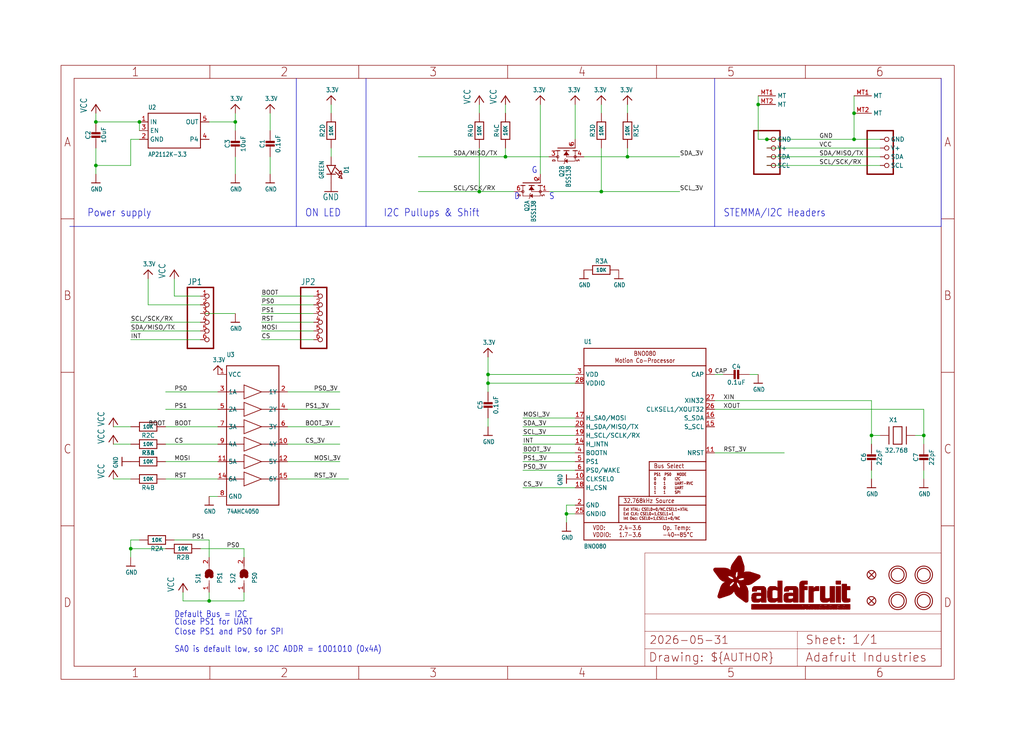
<source format=kicad_sch>
(kicad_sch (version 20230121) (generator eeschema)
  (paper "User" 298.45 217.322)
  (lib_symbols
    (symbol "Adafruit_BNO08x-eagle-import:3.3V" (power)
      (property "Value" "3.3V" (at -1.524 1.016 0))
      (symbol "3.3V_1_0"
        (pin power_in line (at 0 -2.54 90) (length 2.54) (name "3.3V") (number "1"))
      )
    )
    (symbol "Adafruit_BNO08x-eagle-import:74HC4050DTSSOP"
      (property "Reference" "U" (at -7.62 22.86 0))
      (symbol "74HC4050DTSSOP_1_0"
        (pin bidirectional line (at -10.16 17.78 0) (length 2.54) (name "VCC") (number "1"))
        (pin bidirectional line (at 10.16 -2.54 180) (length 2.54) (name "4Y") (number "10"))
        (pin bidirectional line (at -10.16 -7.62 0) (length 2.54) (name "5A") (number "11"))
        (pin bidirectional line (at 10.16 -7.62 180) (length 2.54) (name "5Y") (number "12"))
        (pin bidirectional line (at -10.16 -12.7 0) (length 2.54) (name "6A") (number "14"))
        (pin bidirectional line (at 10.16 -12.7 180) (length 2.54) (name "6Y") (number "15"))
        (pin bidirectional line (at 10.16 12.7 180) (length 2.54) (name "1Y") (number "2"))
        (pin bidirectional line (at -10.16 12.7 0) (length 2.54) (name "1A") (number "3"))
        (pin bidirectional line (at 10.16 7.62 180) (length 2.54) (name "2Y") (number "4"))
        (pin bidirectional line (at -10.16 7.62 0) (length 2.54) (name "2A") (number "5"))
        (pin bidirectional line (at 10.16 2.54 180) (length 2.54) (name "3Y") (number "6"))
        (pin bidirectional line (at -10.16 2.54 0) (length 2.54) (name "3A") (number "7"))
        (pin bidirectional line (at -10.16 -17.78 0) (length 2.54) (name "GND") (number "8"))
        (pin bidirectional line (at -10.16 -2.54 0) (length 2.54) (name "4A") (number "9"))
      )
    )
    (symbol "Adafruit_BNO08x-eagle-import:BNO080"
      (property "Reference" "U" (at -17.78 29.21 0))
      (symbol "BNO080_1_0"
        (text "2.4-3.6\n1.7-3.6" (at -7.62 -25.4 0) (effects (font (size 1.27 1.0795)) (justify left)))
        (text "32.768kHz Source" (at -6.35 -16.51 0) (effects (font (size 1.27 1.0795)) (justify left)))
        (text "BNO080\nMotion Co-Processor" (at 0 25.4 0) (effects (font (size 1.27 1.0795))))
        (text "Bus Select" (at 2.54 -6.35 0) (effects (font (size 1.27 1.0795)) (justify left)))
        (text "Ext XTAL: CSEL0=0/NC,CSEL1=XTAL\nExt CLK: CSEL0=1,CSEL1=1\nInt Osc: CSEL0=1,CSEL1=0/NC" (at -6.35 -20.32 0) (effects (font (size 0.8128 0.6908)) (justify left)))
        (text "Op. Temp:\n-40~~85°C" (at 5.08 -25.4 0) (effects (font (size 1.27 1.0795)) (justify left)))
        (text "PS1  PS0   MODE\n0    0     I2C\n0    1     UART-RVC\n1    0     UART\n1    1     SPI" (at 2.54 -11.43 0) (effects (font (size 0.8128 0.6908)) (justify left)))
        (text "VDD:\nVDDIO:" (at -15.24 -25.4 0) (effects (font (size 1.27 1.0795)) (justify left)))
        (pin input line (at -20.32 -10.16 0) (length 2.54) (name "CLKSEL0") (number "10"))
        (pin input line (at 20.32 -2.54 180) (length 2.54) (name "NRST") (number "11"))
        (pin output line (at -20.32 0 0) (length 2.54) (name "H_INTN") (number "14"))
        (pin bidirectional line (at 20.32 5.08 180) (length 2.54) (name "S_SCL") (number "15"))
        (pin bidirectional line (at 20.32 7.62 180) (length 2.54) (name "S_SDA") (number "16"))
        (pin output line (at -20.32 7.62 0) (length 2.54) (name "H_SA0/MOSI") (number "17"))
        (pin input line (at -20.32 -12.7 0) (length 2.54) (name "H_CSN") (number "18"))
        (pin bidirectional line (at -20.32 2.54 0) (length 2.54) (name "H_SCL/SCLK/RX") (number "19"))
        (pin power_in line (at -20.32 -17.78 0) (length 2.54) (name "GND") (number "2"))
        (pin bidirectional line (at -20.32 5.08 0) (length 2.54) (name "H_SDA/MISO/TX") (number "20"))
        (pin power_in line (at -20.32 -20.32 0) (length 2.54) (name "GNDIO") (number "25"))
        (pin output line (at 20.32 10.16 180) (length 2.54) (name "CLKSEL1/XOUT32") (number "26"))
        (pin input line (at 20.32 12.7 180) (length 2.54) (name "XIN32") (number "27"))
        (pin power_in line (at -20.32 17.78 0) (length 2.54) (name "VDDIO") (number "28"))
        (pin power_in line (at -20.32 20.32 0) (length 2.54) (name "VDD") (number "3"))
        (pin input line (at -20.32 -2.54 0) (length 2.54) (name "BOOTN") (number "4"))
        (pin input line (at -20.32 -5.08 0) (length 2.54) (name "PS1") (number "5"))
        (pin input line (at -20.32 -7.62 0) (length 2.54) (name "PS0/WAKE") (number "6"))
        (pin passive line (at 20.32 20.32 180) (length 2.54) (name "CAP") (number "9"))
      )
    )
    (symbol "Adafruit_BNO08x-eagle-import:CAP_CERAMIC0603_NO"
      (property "Reference" "C" (at -2.29 1.25 90))
      (symbol "CAP_CERAMIC0603_NO_1_0"
        (pin passive line (at 0 5.08 270) (length 2.54) (name "1") (number "1"))
        (pin passive line (at 0 -2.54 90) (length 2.54) (name "2") (number "2"))
      )
    )
    (symbol "Adafruit_BNO08x-eagle-import:CAP_CERAMIC0805-NOOUTLINE"
      (property "Reference" "C" (at -2.29 1.25 90))
      (symbol "CAP_CERAMIC0805-NOOUTLINE_1_0"
        (pin passive line (at 0 5.08 270) (length 2.54) (name "1") (number "1"))
        (pin passive line (at 0 -2.54 90) (length 2.54) (name "2") (number "2"))
      )
    )
    (symbol "Adafruit_BNO08x-eagle-import:FIDUCIAL_1MM")
    (symbol "Adafruit_BNO08x-eagle-import:FRAME_A4_ADAFRUIT"
      (symbol "FRAME_A4_ADAFRUIT_1_0"
        (text "${#}/${##}" (at 230.505 10.16 0) (effects (font (size 2.54 2.54)) (justify left bottom)))
        (text "${AUTHOR}" (at 189.23 5.08 0) (effects (font (size 2.286 2.286)) (justify left bottom)))
        (text "${CURRENT_DATE}" (at 171.45 10.16 0) (effects (font (size 2.286 2.286)) (justify left bottom)))
        (text "${PROJECTNAME}" (at 171.45 15.24 0) (effects (font (size 2.54 2.54)) (justify left bottom)))
        (text "1" (at 21.6958 1.905 0) (effects (font (size 2.54 2.286))))
        (text "1" (at 21.6958 177.165 0) (effects (font (size 2.54 2.286))))
        (text "2" (at 65.0875 1.905 0) (effects (font (size 2.54 2.286))))
        (text "2" (at 65.0875 177.165 0) (effects (font (size 2.54 2.286))))
        (text "3" (at 108.4792 1.905 0) (effects (font (size 2.54 2.286))))
        (text "3" (at 108.4792 177.165 0) (effects (font (size 2.54 2.286))))
        (text "4" (at 151.8708 1.905 0) (effects (font (size 2.54 2.286))))
        (text "4" (at 151.8708 177.165 0) (effects (font (size 2.54 2.286))))
        (text "5" (at 195.2625 1.905 0) (effects (font (size 2.54 2.286))))
        (text "5" (at 195.2625 177.165 0) (effects (font (size 2.54 2.286))))
        (text "6" (at 238.6542 1.905 0) (effects (font (size 2.54 2.286))))
        (text "6" (at 238.6542 177.165 0) (effects (font (size 2.54 2.286))))
        (text "A" (at 1.905 156.6863 0) (effects (font (size 2.54 2.286))))
        (text "A" (at 258.445 156.6863 0) (effects (font (size 2.54 2.286))))
        (text "Adafruit Industries" (at 216.916 4.953 0) (effects (font (size 2.54 2.54)) (justify left bottom)))
        (text "B" (at 1.905 111.9188 0) (effects (font (size 2.54 2.286))))
        (text "B" (at 258.445 111.9188 0) (effects (font (size 2.54 2.286))))
        (text "C" (at 1.905 67.1513 0) (effects (font (size 2.54 2.286))))
        (text "C" (at 258.445 67.1513 0) (effects (font (size 2.54 2.286))))
        (text "D" (at 1.905 22.3838 0) (effects (font (size 2.54 2.286))))
        (text "D" (at 258.445 22.3838 0) (effects (font (size 2.54 2.286))))
        (text "Drawing:" (at 171.196 4.953 0) (effects (font (size 2.54 2.54)) (justify left bottom)))
        (text "Sheet:" (at 216.916 10.033 0) (effects (font (size 2.54 2.54)) (justify left bottom)))
      )
    )
    (symbol "Adafruit_BNO08x-eagle-import:GND" (power)
      (property "Value" "GND" (at -1.524 -2.54 0))
      (symbol "GND_1_0"
        (pin power_in line (at 0 2.54 270) (length 2.54) (name "GND") (number "1"))
      )
    )
    (symbol "Adafruit_BNO08x-eagle-import:HEADER-1X670MIL"
      (property "Reference" "JP" (at -6.35 10.795 0))
      (symbol "HEADER-1X670MIL_1_0"
        (pin passive inverted (at -2.54 7.62 0) (length 2.54) (name "1") (number "1"))
        (pin passive inverted (at -2.54 5.08 0) (length 2.54) (name "2") (number "2"))
        (pin passive inverted (at -2.54 2.54 0) (length 2.54) (name "3") (number "3"))
        (pin passive inverted (at -2.54 0 0) (length 2.54) (name "4") (number "4"))
        (pin passive inverted (at -2.54 -2.54 0) (length 2.54) (name "5") (number "5"))
        (pin passive inverted (at -2.54 -5.08 0) (length 2.54) (name "6") (number "6"))
      )
    )
    (symbol "Adafruit_BNO08x-eagle-import:LED0603_NOOUTLINE"
      (property "Reference" "D" (at -1.27 4.445 0))
      (symbol "LED0603_NOOUTLINE_1_0"
        (pin passive line (at -5.08 0 0) (length 2.54) (name "A") (number "A"))
        (pin passive line (at 2.54 0 180) (length 2.54) (name "C") (number "C"))
      )
    )
    (symbol "Adafruit_BNO08x-eagle-import:MOSFET-N_DUAL"
      (property "Reference" "Q" (at 5.08 0.635 0))
      (symbol "MOSFET-N_DUAL_1_0"
        (text "D" (at 3.175 3.175 0) (effects (font (size 0.8128 0.6908)) (justify left bottom)))
        (text "G" (at -1.27 -1.905 0) (effects (font (size 0.8128 0.6908)) (justify left bottom)))
        (text "S" (at 3.175 -3.81 0) (effects (font (size 0.8128 0.6908)) (justify left bottom)))
        (pin bidirectional line (at 2.54 -5.08 90) (length 2.54) (name "S") (number "1"))
        (pin bidirectional line (at -2.54 -2.54 0) (length 2.54) (name "G") (number "2"))
        (pin bidirectional line (at 2.54 5.08 270) (length 2.54) (name "D") (number "6"))
      )
      (symbol "MOSFET-N_DUAL_2_0"
        (text "D" (at 3.175 3.175 0) (effects (font (size 0.8128 0.6908)) (justify left bottom)))
        (text "G" (at -1.27 -1.905 0) (effects (font (size 0.8128 0.6908)) (justify left bottom)))
        (text "S" (at 3.175 -3.81 0) (effects (font (size 0.8128 0.6908)) (justify left bottom)))
        (pin bidirectional line (at 2.54 5.08 270) (length 2.54) (name "D") (number "3"))
        (pin bidirectional line (at 2.54 -5.08 90) (length 2.54) (name "S") (number "4"))
        (pin bidirectional line (at -2.54 -2.54 0) (length 2.54) (name "G") (number "5"))
      )
    )
    (symbol "Adafruit_BNO08x-eagle-import:MOUNTINGHOLE2.5")
    (symbol "Adafruit_BNO08x-eagle-import:RESISTOR_4PACK"
      (property "Reference" "R" (at 0 2.54 0))
      (symbol "RESISTOR_4PACK_1_0"
        (pin passive line (at -5.08 0 0) (length 2.54) (name "1") (number "1"))
        (pin passive line (at 5.08 0 180) (length 2.54) (name "2") (number "8"))
      )
      (symbol "RESISTOR_4PACK_2_0"
        (pin passive line (at -5.08 0 0) (length 2.54) (name "1") (number "2"))
        (pin passive line (at 5.08 0 180) (length 2.54) (name "2") (number "7"))
      )
      (symbol "RESISTOR_4PACK_3_0"
        (pin passive line (at -5.08 0 0) (length 2.54) (name "1") (number "3"))
        (pin passive line (at 5.08 0 180) (length 2.54) (name "2") (number "6"))
      )
      (symbol "RESISTOR_4PACK_4_0"
        (pin passive line (at -5.08 0 0) (length 2.54) (name "1") (number "4"))
        (pin passive line (at 5.08 0 180) (length 2.54) (name "2") (number "5"))
      )
    )
    (symbol "Adafruit_BNO08x-eagle-import:SOLDERJUMPER"
      (property "Reference" "SJ" (at -2.54 2.54 0))
      (symbol "SOLDERJUMPER_1_0"
        (pin passive line (at -5.08 0 0) (length 2.54) (name "1") (number "1"))
        (pin passive line (at 5.08 0 180) (length 2.54) (name "2") (number "2"))
      )
    )
    (symbol "Adafruit_BNO08x-eagle-import:STEMMA_I2C_QT"
      (symbol "STEMMA_I2C_QT_1_0"
        (pin passive inverted (at 0 5.08 0) (length 2.54) (name "GND") (number "1"))
        (pin passive inverted (at 0 2.54 0) (length 2.54) (name "V+") (number "2"))
        (pin passive inverted (at 0 0 0) (length 2.54) (name "SDA") (number "3"))
        (pin passive inverted (at 0 -2.54 0) (length 2.54) (name "SCL") (number "4"))
      )
      (symbol "STEMMA_I2C_QT_2_0"
        (pin bidirectional line (at 0 0 0) (length 5.08) (name "MT") (number "MT1"))
      )
      (symbol "STEMMA_I2C_QT_3_0"
        (pin bidirectional line (at 0 0 0) (length 5.08) (name "MT") (number "MT2"))
      )
    )
    (symbol "Adafruit_BNO08x-eagle-import:VCC" (power)
      (property "Value" "VCC" (at -2.54 -2.54 90))
      (symbol "VCC_1_0"
        (pin power_in line (at 0 -2.54 90) (length 2.54) (name "VCC") (number "1"))
      )
    )
    (symbol "Adafruit_BNO08x-eagle-import:VREG_SOT23-5"
      (property "Reference" "U" (at -7.62 6.096 0))
      (symbol "VREG_SOT23-5_1_0"
        (pin power_in line (at -10.16 2.54 0) (length 2.54) (name "IN") (number "1"))
        (pin power_in line (at -10.16 -2.54 0) (length 2.54) (name "GND") (number "2"))
        (pin input line (at -10.16 0 0) (length 2.54) (name "EN") (number "3"))
        (pin bidirectional line (at 10.16 -2.54 180) (length 2.54) (name "P4") (number "4"))
        (pin power_in line (at 10.16 2.54 180) (length 2.54) (name "OUT") (number "5"))
      )
    )
    (symbol "Adafruit_BNO08x-eagle-import:XTAL-3.2X1.5"
      (property "Reference" "X" (at -2.54 3.81 0))
      (symbol "XTAL-3.2X1.5_1_0"
        (pin bidirectional line (at -5.08 0 0) (length 2.54) (name "P$1") (number "P$1"))
        (pin bidirectional line (at 5.08 0 180) (length 2.54) (name "P$2") (number "P$2"))
      )
    )
    (symbol "Adafruit_BNO08x-eagle-import:supply1_GND" (power)
      (property "Value" "supply1_GND" (at -2.54 -2.54 0))
      (symbol "supply1_GND_1_0"
        (pin power_in line (at 0 2.54 270) (length 2.54) (name "GND") (number "1"))
      )
    )
  )
  (junction (at 165.1 149.86))
  (junction (at 68.58 35.56))
  (junction (at 139.7 55.88))
  (junction (at 27.94 48.26))
  (junction (at 223.52 40.64))
  (junction (at 142.24 111.76))
  (junction (at 142.24 109.22))
  (junction (at 248.92 40.64))
  (junction (at 254 127))
  (junction (at 220.98 30.48))
  (junction (at 147.32 45.72))
  (junction (at 269.24 127))
  (junction (at 182.88 45.72))
  (junction (at 60.96 175.26))
  (junction (at 40.64 35.56))
  (junction (at 175.26 55.88))
  (junction (at 248.92 33.02))
  (junction (at 38.1 160.02))
  (junction (at 27.94 35.56))
  (wire (pts (xy 208.28 132.08) (xy 228.6 132.08)) (stroke (width 0.1524)))
  (wire (pts (xy 170.18 45.72) (xy 182.88 45.72)) (stroke (width 0.1524)))
  (polyline (pts (xy 106.68 66.04) (xy 208.28 66.04)) (stroke (width 0.1524) (type solid)))
  (wire (pts (xy 68.58 35.56) (xy 68.58 38.1)) (stroke (width 0.1524)))
  (wire (pts (xy 48.26 139.7) (xy 63.5 139.7)) (stroke (width 0.1524)))
  (wire (pts (xy 60.96 172.72) (xy 60.96 175.26)) (stroke (width 0.1524)))
  (wire (pts (xy 91.44 99.06) (xy 76.2 99.06)) (stroke (width 0.1524)))
  (wire (pts (xy 182.88 33.02) (xy 182.88 30.48)) (stroke (width 0.1524)))
  (polyline (pts (xy 208.28 66.04) (xy 274.32 66.04)) (stroke (width 0.1524) (type solid)))
  (wire (pts (xy 139.7 43.18) (xy 139.7 55.88)) (stroke (width 0.1524)))
  (wire (pts (xy 175.26 33.02) (xy 175.26 30.48)) (stroke (width 0.1524)))
  (wire (pts (xy 165.1 147.32) (xy 165.1 149.86)) (stroke (width 0.1524)))
  (wire (pts (xy 167.64 132.08) (xy 152.4 132.08)) (stroke (width 0.1524)))
  (wire (pts (xy 33.02 129.54) (xy 38.1 129.54)) (stroke (width 0.1524)))
  (wire (pts (xy 27.94 48.26) (xy 27.94 43.18)) (stroke (width 0.1524)))
  (wire (pts (xy 27.94 48.26) (xy 27.94 50.8)) (stroke (width 0.1524)))
  (wire (pts (xy 167.64 121.92) (xy 152.4 121.92)) (stroke (width 0.1524)))
  (wire (pts (xy 248.92 40.64) (xy 223.52 40.64)) (stroke (width 0.1524)))
  (wire (pts (xy 208.28 116.84) (xy 254 116.84)) (stroke (width 0.1524)))
  (wire (pts (xy 83.82 114.3) (xy 99.06 114.3)) (stroke (width 0.1524)))
  (wire (pts (xy 58.42 91.44) (xy 68.58 91.44)) (stroke (width 0.1524)))
  (wire (pts (xy 208.28 109.22) (xy 210.82 109.22)) (stroke (width 0.1524)))
  (wire (pts (xy 152.4 137.16) (xy 167.64 137.16)) (stroke (width 0.1524)))
  (wire (pts (xy 91.44 91.44) (xy 76.2 91.44)) (stroke (width 0.1524)))
  (wire (pts (xy 83.82 124.46) (xy 99.06 124.46)) (stroke (width 0.1524)))
  (polyline (pts (xy 274.32 22.86) (xy 274.32 66.04)) (stroke (width 0.1524) (type solid)))
  (wire (pts (xy 182.88 43.18) (xy 182.88 45.72)) (stroke (width 0.1524)))
  (wire (pts (xy 248.92 33.02) (xy 248.92 40.64)) (stroke (width 0.1524)))
  (wire (pts (xy 63.5 144.78) (xy 60.96 144.78)) (stroke (width 0.1524)))
  (wire (pts (xy 167.64 40.64) (xy 167.64 30.48)) (stroke (width 0.1524)))
  (wire (pts (xy 58.42 88.9) (xy 43.18 88.9)) (stroke (width 0.1524)))
  (wire (pts (xy 142.24 109.22) (xy 142.24 104.14)) (stroke (width 0.1524)))
  (wire (pts (xy 269.24 119.38) (xy 269.24 127)) (stroke (width 0.1524)))
  (wire (pts (xy 53.34 175.26) (xy 53.34 172.72)) (stroke (width 0.1524)))
  (wire (pts (xy 266.7 127) (xy 269.24 127)) (stroke (width 0.1524)))
  (wire (pts (xy 220.98 27.94) (xy 220.98 30.48)) (stroke (width 0.1524)))
  (wire (pts (xy 165.1 149.86) (xy 165.1 152.4)) (stroke (width 0.1524)))
  (wire (pts (xy 254 116.84) (xy 254 127)) (stroke (width 0.1524)))
  (wire (pts (xy 99.06 119.38) (xy 83.82 119.38)) (stroke (width 0.1524)))
  (wire (pts (xy 147.32 45.72) (xy 121.92 45.72)) (stroke (width 0.1524)))
  (wire (pts (xy 71.12 175.26) (xy 60.96 175.26)) (stroke (width 0.1524)))
  (wire (pts (xy 142.24 111.76) (xy 142.24 109.22)) (stroke (width 0.1524)))
  (polyline (pts (xy 208.28 22.86) (xy 208.28 66.04)) (stroke (width 0.1524) (type solid)))
  (wire (pts (xy 48.26 129.54) (xy 63.5 129.54)) (stroke (width 0.1524)))
  (wire (pts (xy 91.44 88.9) (xy 76.2 88.9)) (stroke (width 0.1524)))
  (wire (pts (xy 63.5 134.62) (xy 48.26 134.62)) (stroke (width 0.1524)))
  (wire (pts (xy 208.28 119.38) (xy 269.24 119.38)) (stroke (width 0.1524)))
  (wire (pts (xy 269.24 127) (xy 269.24 129.54)) (stroke (width 0.1524)))
  (wire (pts (xy 256.54 45.72) (xy 223.52 45.72)) (stroke (width 0.1524)))
  (wire (pts (xy 68.58 45.72) (xy 68.58 50.8)) (stroke (width 0.1524)))
  (wire (pts (xy 48.26 160.02) (xy 38.1 160.02)) (stroke (width 0.1524)))
  (wire (pts (xy 167.64 127) (xy 152.4 127)) (stroke (width 0.1524)))
  (wire (pts (xy 157.48 50.8) (xy 157.48 30.48)) (stroke (width 0.1524)))
  (wire (pts (xy 167.64 111.76) (xy 142.24 111.76)) (stroke (width 0.1524)))
  (wire (pts (xy 167.64 147.32) (xy 165.1 147.32)) (stroke (width 0.1524)))
  (wire (pts (xy 58.42 93.98) (xy 38.1 93.98)) (stroke (width 0.1524)))
  (wire (pts (xy 58.42 86.36) (xy 50.8 86.36)) (stroke (width 0.1524)))
  (wire (pts (xy 38.1 48.26) (xy 27.94 48.26)) (stroke (width 0.1524)))
  (wire (pts (xy 96.52 30.48) (xy 96.52 33.02)) (stroke (width 0.1524)))
  (wire (pts (xy 58.42 99.06) (xy 38.1 99.06)) (stroke (width 0.1524)))
  (wire (pts (xy 63.5 124.46) (xy 48.26 124.46)) (stroke (width 0.1524)))
  (wire (pts (xy 33.02 124.46) (xy 38.1 124.46)) (stroke (width 0.1524)))
  (wire (pts (xy 68.58 35.56) (xy 68.58 33.02)) (stroke (width 0.1524)))
  (wire (pts (xy 78.74 33.02) (xy 78.74 38.1)) (stroke (width 0.1524)))
  (wire (pts (xy 218.44 109.22) (xy 220.98 109.22)) (stroke (width 0.1524)))
  (wire (pts (xy 256.54 127) (xy 254 127)) (stroke (width 0.1524)))
  (wire (pts (xy 142.24 121.92) (xy 142.24 124.46)) (stroke (width 0.1524)))
  (wire (pts (xy 167.64 134.62) (xy 152.4 134.62)) (stroke (width 0.1524)))
  (wire (pts (xy 167.64 142.24) (xy 152.4 142.24)) (stroke (width 0.1524)))
  (wire (pts (xy 60.96 175.26) (xy 53.34 175.26)) (stroke (width 0.1524)))
  (wire (pts (xy 139.7 55.88) (xy 121.92 55.88)) (stroke (width 0.1524)))
  (wire (pts (xy 38.1 40.64) (xy 38.1 48.26)) (stroke (width 0.1524)))
  (wire (pts (xy 78.74 45.72) (xy 78.74 50.8)) (stroke (width 0.1524)))
  (wire (pts (xy 147.32 33.02) (xy 147.32 30.48)) (stroke (width 0.1524)))
  (wire (pts (xy 167.64 149.86) (xy 165.1 149.86)) (stroke (width 0.1524)))
  (wire (pts (xy 142.24 114.3) (xy 142.24 111.76)) (stroke (width 0.1524)))
  (wire (pts (xy 220.98 40.64) (xy 223.52 40.64)) (stroke (width 0.1524)))
  (wire (pts (xy 167.64 109.22) (xy 142.24 109.22)) (stroke (width 0.1524)))
  (wire (pts (xy 167.64 124.46) (xy 152.4 124.46)) (stroke (width 0.1524)))
  (polyline (pts (xy 20.32 66.04) (xy 86.36 66.04)) (stroke (width 0.1524) (type solid)))
  (wire (pts (xy 43.18 88.9) (xy 43.18 81.28)) (stroke (width 0.1524)))
  (wire (pts (xy 63.5 119.38) (xy 48.26 119.38)) (stroke (width 0.1524)))
  (wire (pts (xy 149.86 55.88) (xy 139.7 55.88)) (stroke (width 0.1524)))
  (wire (pts (xy 223.52 48.26) (xy 256.54 48.26)) (stroke (width 0.1524)))
  (wire (pts (xy 254 127) (xy 254 129.54)) (stroke (width 0.1524)))
  (wire (pts (xy 58.42 160.02) (xy 71.12 160.02)) (stroke (width 0.1524)))
  (wire (pts (xy 83.82 134.62) (xy 99.06 134.62)) (stroke (width 0.1524)))
  (wire (pts (xy 182.88 45.72) (xy 198.12 45.72)) (stroke (width 0.1524)))
  (wire (pts (xy 38.1 157.48) (xy 38.1 160.02)) (stroke (width 0.1524)))
  (wire (pts (xy 83.82 129.54) (xy 99.06 129.54)) (stroke (width 0.1524)))
  (wire (pts (xy 40.64 40.64) (xy 38.1 40.64)) (stroke (width 0.1524)))
  (wire (pts (xy 91.44 96.52) (xy 76.2 96.52)) (stroke (width 0.1524)))
  (wire (pts (xy 58.42 96.52) (xy 38.1 96.52)) (stroke (width 0.1524)))
  (wire (pts (xy 91.44 93.98) (xy 76.2 93.98)) (stroke (width 0.1524)))
  (polyline (pts (xy 106.68 22.86) (xy 106.68 66.04)) (stroke (width 0.1524) (type solid)))
  (wire (pts (xy 254 137.16) (xy 254 139.7)) (stroke (width 0.1524)))
  (wire (pts (xy 96.52 45.72) (xy 96.52 43.18)) (stroke (width 0.1524)))
  (wire (pts (xy 33.02 139.7) (xy 38.1 139.7)) (stroke (width 0.1524)))
  (wire (pts (xy 71.12 172.72) (xy 71.12 175.26)) (stroke (width 0.1524)))
  (wire (pts (xy 269.24 137.16) (xy 269.24 139.7)) (stroke (width 0.1524)))
  (wire (pts (xy 167.64 129.54) (xy 152.4 129.54)) (stroke (width 0.1524)))
  (wire (pts (xy 139.7 30.48) (xy 139.7 33.02)) (stroke (width 0.1524)))
  (wire (pts (xy 220.98 30.48) (xy 220.98 40.64)) (stroke (width 0.1524)))
  (wire (pts (xy 223.52 43.18) (xy 256.54 43.18)) (stroke (width 0.1524)))
  (wire (pts (xy 175.26 55.88) (xy 198.12 55.88)) (stroke (width 0.1524)))
  (wire (pts (xy 63.5 114.3) (xy 48.26 114.3)) (stroke (width 0.1524)))
  (wire (pts (xy 50.8 157.48) (xy 60.96 157.48)) (stroke (width 0.1524)))
  (wire (pts (xy 160.02 45.72) (xy 147.32 45.72)) (stroke (width 0.1524)))
  (polyline (pts (xy 86.36 66.04) (xy 106.68 66.04)) (stroke (width 0.1524) (type solid)))
  (wire (pts (xy 83.82 139.7) (xy 101.6 139.7)) (stroke (width 0.1524)))
  (wire (pts (xy 50.8 86.36) (xy 50.8 81.28)) (stroke (width 0.1524)))
  (wire (pts (xy 38.1 157.48) (xy 40.64 157.48)) (stroke (width 0.1524)))
  (wire (pts (xy 160.02 55.88) (xy 175.26 55.88)) (stroke (width 0.1524)))
  (wire (pts (xy 256.54 40.64) (xy 248.92 40.64)) (stroke (width 0.1524)))
  (wire (pts (xy 91.44 86.36) (xy 76.2 86.36)) (stroke (width 0.1524)))
  (wire (pts (xy 40.64 35.56) (xy 27.94 35.56)) (stroke (width 0.1524)))
  (polyline (pts (xy 86.36 22.86) (xy 86.36 66.04)) (stroke (width 0.1524) (type solid)))
  (wire (pts (xy 71.12 160.02) (xy 71.12 162.56)) (stroke (width 0.1524)))
  (wire (pts (xy 60.96 157.48) (xy 60.96 162.56)) (stroke (width 0.1524)))
  (wire (pts (xy 147.32 43.18) (xy 147.32 45.72)) (stroke (width 0.1524)))
  (wire (pts (xy 248.92 27.94) (xy 248.92 33.02)) (stroke (width 0.1524)))
  (wire (pts (xy 60.96 35.56) (xy 68.58 35.56)) (stroke (width 0.1524)))
  (wire (pts (xy 38.1 160.02) (xy 38.1 162.56)) (stroke (width 0.1524)))
  (wire (pts (xy 40.64 38.1) (xy 40.64 35.56)) (stroke (width 0.1524)))
  (wire (pts (xy 175.26 43.18) (xy 175.26 55.88)) (stroke (width 0.1524)))
  (wire (pts (xy 27.94 33.02) (xy 27.94 35.56)) (stroke (width 0.1524)))
  (text "SA0 is default low, so I2C ADDR = 1001010 (0x4A)" (at 50.8 190.5 0) (effects (font (size 1.778 1.5113)) (justify left bottom)))
  (text "D" (at 149.86 58.42 0) (effects (font (size 1.778 1.5113)) (justify left bottom)))
  (text "Close PS1 for UART\nClose PS1 and PS0 for SPI" (at 50.8 185.42 0) (effects (font (size 1.778 1.5113)) (justify left bottom)))
  (text "Power supply" (at 25.4 63.5 0) (effects (font (size 2.1844 1.8567)) (justify left bottom)))
  (text "G" (at 154.94 50.8 0) (effects (font (size 1.778 1.5113)) (justify left bottom)))
  (text "STEMMA/I2C Headers" (at 210.82 63.5 0) (effects (font (size 2.1844 1.8567)) (justify left bottom)))
  (text "I2C Pullups & Shift" (at 111.76 63.5 0) (effects (font (size 2.1844 1.8567)) (justify left bottom)))
  (text "Default Bus = I2C" (at 50.8 180.34 0) (effects (font (size 1.778 1.5113)) (justify left bottom)))
  (text "S" (at 160.02 58.42 0) (effects (font (size 1.778 1.5113)) (justify left bottom)))
  (text "ON LED" (at 88.9 63.5 0) (effects (font (size 2.1844 1.8567)) (justify left bottom)))
  (label "PS0" (at 50.8 114.3 0) (effects (font (size 1.2446 1.2446))))
  (label "RST" (at 50.8 139.7 0) (effects (font (size 1.2446 1.2446))))
  (label "INT" (at 152.4 129.54 0) (effects (font (size 1.2446 1.2446))))
  (label "CS" (at 50.8 129.54 0) (effects (font (size 1.2446 1.2446))))
  (label "PS0" (at 76.2 88.9 0) (effects (font (size 1.2446 1.2446))))
  (label "SCL/SCK/RX" (at 238.76 48.26 0) (effects (font (size 1.2446 1.2446))))
  (label "SDA/MISO/TX" (at 132.08 45.72 0) (effects (font (size 1.2446 1.2446))))
  (label "GND" (at 238.76 40.64 0) (effects (font (size 1.2446 1.2446))))
  (label "RST_3V" (at 91.44 139.7 0) (effects (font (size 1.2446 1.2446))))
  (label "CS_3V" (at 152.4 142.24 0) (effects (font (size 1.2446 1.2446))))
  (label "XIN" (at 210.82 116.84 0) (effects (font (size 1.2446 1.2446))))
  (label "PS1_3V" (at 152.4 134.62 0) (effects (font (size 1.2446 1.2446))))
  (label "BOOT_3V" (at 152.4 132.08 0) (effects (font (size 1.2446 1.2446))))
  (label "MOSI" (at 50.8 134.62 0) (effects (font (size 1.2446 1.2446))))
  (label "MOSI_3V" (at 91.44 134.62 0) (effects (font (size 1.2446 1.2446))))
  (label "PS1" (at 55.88 157.48 0) (effects (font (size 1.2446 1.2446))))
  (label "BOOT" (at 48.26 124.46 180) (effects (font (size 1.2446 1.2446))))
  (label "VCC" (at 238.76 43.18 0) (effects (font (size 1.2446 1.2446))))
  (label "BOOT" (at 76.2 86.36 0) (effects (font (size 1.2446 1.2446))))
  (label "PS0_3V" (at 91.44 114.3 0) (effects (font (size 1.2446 1.2446))))
  (label "SDA_3V" (at 198.12 45.72 0) (effects (font (size 1.2446 1.2446))))
  (label "BOOT" (at 50.8 124.46 0) (effects (font (size 1.2446 1.2446))))
  (label "SDA/MISO/TX" (at 238.76 45.72 0) (effects (font (size 1.2446 1.2446))))
  (label "SDA_3V" (at 152.4 124.46 0) (effects (font (size 1.2446 1.2446))))
  (label "XOUT" (at 210.82 119.38 0) (effects (font (size 1.2446 1.2446))))
  (label "SCL/SCK/RX" (at 38.1 93.98 0) (effects (font (size 1.2446 1.2446))))
  (label "SCL_3V" (at 198.12 55.88 0) (effects (font (size 1.2446 1.2446))))
  (label "CS" (at 76.2 99.06 0) (effects (font (size 1.2446 1.2446))))
  (label "PS0" (at 66.04 160.02 0) (effects (font (size 1.2446 1.2446))))
  (label "CAP" (at 208.28 109.22 0) (effects (font (size 1.2446 1.2446))))
  (label "SCL_3V" (at 152.4 127 0) (effects (font (size 1.2446 1.2446))))
  (label "PS1_3V" (at 88.9 119.38 0) (effects (font (size 1.2446 1.2446))))
  (label "RST" (at 76.2 93.98 0) (effects (font (size 1.2446 1.2446))))
  (label "CS_3V" (at 88.9 129.54 0) (effects (font (size 1.2446 1.2446))))
  (label "MOSI_3V" (at 152.4 121.92 0) (effects (font (size 1.2446 1.2446))))
  (label "SDA/MISO/TX" (at 38.1 96.52 0) (effects (font (size 1.2446 1.2446))))
  (label "PS0_3V" (at 152.4 137.16 0) (effects (font (size 1.2446 1.2446))))
  (label "PS1" (at 76.2 91.44 0) (effects (font (size 1.2446 1.2446))))
  (label "PS1" (at 50.8 119.38 0) (effects (font (size 1.2446 1.2446))))
  (label "MOSI" (at 76.2 96.52 0) (effects (font (size 1.2446 1.2446))))
  (label "BOOT_3V" (at 88.9 124.46 0) (effects (font (size 1.2446 1.2446))))
  (label "INT" (at 38.1 99.06 0) (effects (font (size 1.2446 1.2446))))
  (label "SCL/SCK/RX" (at 132.08 55.88 0) (effects (font (size 1.2446 1.2446))))
  (label "RST_3V" (at 210.82 132.08 0) (effects (font (size 1.2446 1.2446))))
  (symbol (lib_id "Adafruit_BNO08x-eagle-import:RESISTOR_4PACK") (at 43.18 139.7 180) (unit 2)
    (property "Reference" "R4" (at 43.18 142.24 0))
    (property "Value" "10K" (at 43.18 139.7 0) (effects (font (size 1.016 1.016) bold)))
    (property "Footprint" "Adafruit_BNO08x:RESPACK_4X0603" (effects hide))
  )
  (symbol (lib_id "Adafruit_BNO08x-eagle-import:RESISTOR_4PACK") (at 43.18 129.54 180) (unit 1)
    (property "Reference" "R4" (at 43.18 132.08 0))
    (property "Value" "10K" (at 43.18 129.54 0) (effects (font (size 1.016 1.016) bold)))
    (property "Footprint" "Adafruit_BNO08x:RESPACK_4X0603" (effects hide))
  )
  (symbol (lib_id "Adafruit_BNO08x-eagle-import:MOSFET-N_DUAL") (at 165.1 43.18 90) (mirror x) (unit 2)
    (property "Reference" "Q2" (at 164.465 48.26 0) (effects (font (size 1.27 1.0795)) (justify left bottom)))
    (property "Value" "BSS138" (at 166.37 48.26 0) (effects (font (size 1.27 1.0795)) (justify left bottom)))
    (property "Footprint" "Adafruit_BNO08x:SOT363" (effects hide))
  )
  (symbol (lib_id "Adafruit_BNO08x-eagle-import:STEMMA_I2C_QT") (at 248.92 33.02 0) (unit 3)
    (property "Reference" "CONN4" (effects hide))
    (property "Value" "STEMMA_I2C_QT" (effects hide))
    (property "Footprint" "Adafruit_BNO08x:JST_SH4" (effects hide))
  )
  (symbol (lib_id "Adafruit_BNO08x-eagle-import:GND") (at 35.56 134.62 270) (unit 1)
    (property "Reference" "#U$20" (effects hide))
    (property "Value" "GND" (at 33.02 133.096 0) (effects (font (size 1.27 1.0795)) (justify left bottom)))
  )
  (symbol (lib_id "Adafruit_BNO08x-eagle-import:3.3V") (at 63.5 106.68 0) (unit 1)
    (property "Reference" "#U$32" (effects hide))
    (property "Value" "3.3V" (at 61.976 105.664 0) (effects (font (size 1.27 1.0795)) (justify left bottom)))
  )
  (symbol (lib_id "Adafruit_BNO08x-eagle-import:GND") (at 27.94 53.34 0) (unit 1)
    (property "Reference" "#U$13" (effects hide))
    (property "Value" "GND" (at 26.416 55.88 0) (effects (font (size 1.27 1.0795)) (justify left bottom)))
  )
  (symbol (lib_id "Adafruit_BNO08x-eagle-import:3.3V") (at 96.52 27.94 0) (unit 1)
    (property "Reference" "#U$3" (effects hide))
    (property "Value" "3.3V" (at 94.996 26.924 0) (effects (font (size 1.27 1.0795)) (justify left bottom)))
  )
  (symbol (lib_id "Adafruit_BNO08x-eagle-import:CAP_CERAMIC0603_NO") (at 254 134.62 0) (unit 1)
    (property "Reference" "C6" (at 251.71 133.37 90))
    (property "Value" "22pF" (at 256.3 133.37 90))
    (property "Footprint" "Adafruit_BNO08x:0603-NO" (effects hide))
  )
  (symbol (lib_id "Adafruit_BNO08x-eagle-import:RESISTOR_4PACK") (at 53.34 160.02 180) (unit 2)
    (property "Reference" "R2" (at 53.34 162.56 0))
    (property "Value" "10K" (at 53.34 160.02 0) (effects (font (size 1.016 1.016) bold)))
    (property "Footprint" "Adafruit_BNO08x:RESPACK_4X0603" (effects hide))
  )
  (symbol (lib_id "Adafruit_BNO08x-eagle-import:GND") (at 254 142.24 0) (unit 1)
    (property "Reference" "#U$12" (effects hide))
    (property "Value" "GND" (at 252.476 144.78 0) (effects (font (size 1.27 1.0795)) (justify left bottom)))
  )
  (symbol (lib_id "Adafruit_BNO08x-eagle-import:3.3V") (at 68.58 30.48 0) (unit 1)
    (property "Reference" "#U$15" (effects hide))
    (property "Value" "3.3V" (at 67.056 29.464 0) (effects (font (size 1.27 1.0795)) (justify left bottom)))
  )
  (symbol (lib_id "Adafruit_BNO08x-eagle-import:XTAL-3.2X1.5") (at 261.62 127 0) (unit 1)
    (property "Reference" "X1" (at 259.08 123.19 0) (effects (justify left bottom)))
    (property "Value" "32.768" (at 257.81 132.08 0) (effects (justify left bottom)))
    (property "Footprint" "Adafruit_BNO08x:XTAL3215" (effects hide))
  )
  (symbol (lib_id "Adafruit_BNO08x-eagle-import:VCC") (at 33.02 137.16 0) (unit 1)
    (property "Reference" "#P+6" (effects hide))
    (property "Value" "VCC" (at 30.48 139.7 90) (effects (font (size 1.778 1.5113)) (justify left bottom)))
  )
  (symbol (lib_id "Adafruit_BNO08x-eagle-import:MOSFET-N_DUAL") (at 154.94 53.34 90) (mirror x) (unit 1)
    (property "Reference" "Q2" (at 154.305 58.42 0) (effects (font (size 1.27 1.0795)) (justify left bottom)))
    (property "Value" "BSS138" (at 156.21 58.42 0) (effects (font (size 1.27 1.0795)) (justify left bottom)))
    (property "Footprint" "Adafruit_BNO08x:SOT363" (effects hide))
  )
  (symbol (lib_id "Adafruit_BNO08x-eagle-import:VCC") (at 50.8 78.74 0) (unit 1)
    (property "Reference" "#P+4" (effects hide))
    (property "Value" "VCC" (at 48.26 81.28 90) (effects (font (size 1.778 1.5113)) (justify left bottom)))
  )
  (symbol (lib_id "Adafruit_BNO08x-eagle-import:74HC4050DTSSOP") (at 73.66 127 0) (unit 1)
    (property "Reference" "U3" (at 66.04 104.14 0) (effects (font (size 1.27 1.0795)) (justify left bottom)))
    (property "Value" "74AHC4050" (at 66.04 149.86 0) (effects (font (size 1.27 1.0795)) (justify left bottom)))
    (property "Footprint" "Adafruit_BNO08x:TSSOP16" (effects hide))
  )
  (symbol (lib_id "Adafruit_BNO08x-eagle-import:SOLDERJUMPER") (at 60.96 167.64 90) (unit 1)
    (property "Reference" "SJ1" (at 58.42 170.18 0) (effects (font (size 1.27 1.0795)) (justify left bottom)))
    (property "Value" "PS1" (at 64.77 170.18 0) (effects (font (size 1.27 1.0795)) (justify left bottom)))
    (property "Footprint" "Adafruit_BNO08x:SOLDERJUMPER_ARROW_NOPASTE" (effects hide))
  )
  (symbol (lib_id "Adafruit_BNO08x-eagle-import:VREG_SOT23-5") (at 50.8 38.1 0) (unit 1)
    (property "Reference" "U2" (at 43.18 32.004 0) (effects (font (size 1.27 1.0795)) (justify left bottom)))
    (property "Value" "AP2112K-3.3" (at 43.18 45.72 0) (effects (font (size 1.27 1.0795)) (justify left bottom)))
    (property "Footprint" "Adafruit_BNO08x:SOT23-5" (effects hide))
  )
  (symbol (lib_id "Adafruit_BNO08x-eagle-import:VCC") (at 139.7 27.94 0) (unit 1)
    (property "Reference" "#P+1" (effects hide))
    (property "Value" "VCC" (at 137.16 30.48 90) (effects (font (size 1.778 1.5113)) (justify left bottom)))
  )
  (symbol (lib_id "Adafruit_BNO08x-eagle-import:MOUNTINGHOLE2.5") (at 269.24 167.64 0) (unit 1)
    (property "Reference" "U$19" (effects hide))
    (property "Value" "MOUNTINGHOLE2.5" (effects hide))
    (property "Footprint" "Adafruit_BNO08x:MOUNTINGHOLE_2.5_PLATED" (effects hide))
  )
  (symbol (lib_id "Adafruit_BNO08x-eagle-import:supply1_GND") (at 96.52 55.88 0) (unit 1)
    (property "Reference" "#GND6" (effects hide))
    (property "Value" "GND" (at 93.98 58.42 0) (effects (font (size 1.778 1.5113)) (justify left bottom)))
  )
  (symbol (lib_id "Adafruit_BNO08x-eagle-import:MOUNTINGHOLE2.5") (at 261.62 167.64 0) (unit 1)
    (property "Reference" "U$17" (effects hide))
    (property "Value" "MOUNTINGHOLE2.5" (effects hide))
    (property "Footprint" "Adafruit_BNO08x:MOUNTINGHOLE_2.5_PLATED" (effects hide))
  )
  (symbol (lib_id "Adafruit_BNO08x-eagle-import:CAP_CERAMIC0603_NO") (at 269.24 134.62 0) (unit 1)
    (property "Reference" "C7" (at 266.95 133.37 90))
    (property "Value" "22pF" (at 271.54 133.37 90))
    (property "Footprint" "Adafruit_BNO08x:0603-NO" (effects hide))
  )
  (symbol (lib_id "Adafruit_BNO08x-eagle-import:GND") (at 60.96 147.32 0) (unit 1)
    (property "Reference" "#U$34" (effects hide))
    (property "Value" "GND" (at 59.436 149.86 0) (effects (font (size 1.27 1.0795)) (justify left bottom)))
  )
  (symbol (lib_id "Adafruit_BNO08x-eagle-import:RESISTOR_4PACK") (at 175.26 78.74 0) (unit 1)
    (property "Reference" "R3" (at 175.26 76.2 0))
    (property "Value" "10K" (at 175.26 78.74 0) (effects (font (size 1.016 1.016) bold)))
    (property "Footprint" "Adafruit_BNO08x:RESPACK_4X0603" (effects hide))
  )
  (symbol (lib_id "Adafruit_BNO08x-eagle-import:FIDUCIAL_1MM") (at 254 175.26 0) (unit 1)
    (property "Reference" "FID3" (effects hide))
    (property "Value" "FIDUCIAL_1MM" (effects hide))
    (property "Footprint" "Adafruit_BNO08x:FIDUCIAL_1MM" (effects hide))
  )
  (symbol (lib_id "Adafruit_BNO08x-eagle-import:GND") (at 68.58 93.98 0) (unit 1)
    (property "Reference" "#U$10" (effects hide))
    (property "Value" "GND" (at 67.056 96.52 0) (effects (font (size 1.27 1.0795)) (justify left bottom)))
  )
  (symbol (lib_id "Adafruit_BNO08x-eagle-import:RESISTOR_4PACK") (at 182.88 38.1 270) (unit 3)
    (property "Reference" "R3" (at 185.42 38.1 0))
    (property "Value" "10K" (at 182.88 38.1 0) (effects (font (size 1.016 1.016) bold)))
    (property "Footprint" "Adafruit_BNO08x:RESPACK_4X0603" (effects hide))
  )
  (symbol (lib_id "Adafruit_BNO08x-eagle-import:HEADER-1X670MIL") (at 60.96 93.98 0) (unit 1)
    (property "Reference" "JP1" (at 54.61 83.185 0) (effects (font (size 1.778 1.5113)) (justify left bottom)))
    (property "Value" "HEADER-1X670MIL" (effects hide))
    (property "Footprint" "Adafruit_BNO08x:1X06_ROUND_70" (effects hide))
  )
  (symbol (lib_id "Adafruit_BNO08x-eagle-import:RESISTOR_4PACK") (at 139.7 38.1 90) (unit 4)
    (property "Reference" "R4" (at 137.16 38.1 0))
    (property "Value" "10K" (at 139.7 38.1 0) (effects (font (size 1.016 1.016) bold)))
    (property "Footprint" "Adafruit_BNO08x:RESPACK_4X0603" (effects hide))
  )
  (symbol (lib_id "Adafruit_BNO08x-eagle-import:FIDUCIAL_1MM") (at 254 167.64 0) (unit 1)
    (property "Reference" "FID4" (effects hide))
    (property "Value" "FIDUCIAL_1MM" (effects hide))
    (property "Footprint" "Adafruit_BNO08x:FIDUCIAL_1MM" (effects hide))
  )
  (symbol (lib_id "Adafruit_BNO08x-eagle-import:MOUNTINGHOLE2.5") (at 269.24 175.26 0) (unit 1)
    (property "Reference" "U$21" (effects hide))
    (property "Value" "MOUNTINGHOLE2.5" (effects hide))
    (property "Footprint" "Adafruit_BNO08x:MOUNTINGHOLE_2.5_PLATED" (effects hide))
  )
  (symbol (lib_id "Adafruit_BNO08x-eagle-import:STEMMA_I2C_QT") (at 220.98 30.48 0) (unit 3)
    (property "Reference" "CONN3" (effects hide))
    (property "Value" "STEMMA_I2C_QT" (effects hide))
    (property "Footprint" "Adafruit_BNO08x:JST_SH4" (effects hide))
  )
  (symbol (lib_id "Adafruit_BNO08x-eagle-import:FRAME_A4_ADAFRUIT") (at 17.78 198.12 0) (unit 1)
    (property "Reference" "#U$18" (effects hide))
    (property "Value" "FRAME_A4_ADAFRUIT" (effects hide))
  )
  (symbol (lib_id "Adafruit_BNO08x-eagle-import:STEMMA_I2C_QT") (at 220.98 27.94 0) (unit 2)
    (property "Reference" "CONN3" (effects hide))
    (property "Value" "STEMMA_I2C_QT" (effects hide))
    (property "Footprint" "Adafruit_BNO08x:JST_SH4" (effects hide))
  )
  (symbol (lib_id "Adafruit_BNO08x-eagle-import:MOUNTINGHOLE2.5") (at 261.62 175.26 0) (unit 1)
    (property "Reference" "U$1" (effects hide))
    (property "Value" "MOUNTINGHOLE2.5" (effects hide))
    (property "Footprint" "Adafruit_BNO08x:MOUNTINGHOLE_2.5_PLATED" (effects hide))
  )
  (symbol (lib_id "Adafruit_BNO08x-eagle-import:GND") (at 68.58 53.34 0) (unit 1)
    (property "Reference" "#U$5" (effects hide))
    (property "Value" "GND" (at 67.056 55.88 0) (effects (font (size 1.27 1.0795)) (justify left bottom)))
  )
  (symbol (lib_id "Adafruit_BNO08x-eagle-import:GND") (at 269.24 142.24 0) (unit 1)
    (property "Reference" "#U$9" (effects hide))
    (property "Value" "GND" (at 267.716 144.78 0) (effects (font (size 1.27 1.0795)) (justify left bottom)))
  )
  (symbol (lib_id "Adafruit_BNO08x-eagle-import:VCC") (at 27.94 30.48 0) (unit 1)
    (property "Reference" "#P+3" (effects hide))
    (property "Value" "VCC" (at 25.4 33.02 90) (effects (font (size 1.778 1.5113)) (justify left bottom)))
  )
  (symbol (lib_id "Adafruit_BNO08x-eagle-import:3.3V") (at 142.24 101.6 0) (unit 1)
    (property "Reference" "#U$4" (effects hide))
    (property "Value" "3.3V" (at 140.716 100.584 0) (effects (font (size 1.27 1.0795)) (justify left bottom)))
  )
  (symbol (lib_id "Adafruit_BNO08x-eagle-import:CAP_CERAMIC0603_NO") (at 213.36 109.22 270) (unit 1)
    (property "Reference" "C4" (at 214.61 106.93 90))
    (property "Value" "0.1uF" (at 214.61 111.52 90))
    (property "Footprint" "Adafruit_BNO08x:0603-NO" (effects hide))
  )
  (symbol (lib_id "Adafruit_BNO08x-eagle-import:STEMMA_I2C_QT") (at 248.92 27.94 0) (unit 2)
    (property "Reference" "CONN4" (effects hide))
    (property "Value" "STEMMA_I2C_QT" (effects hide))
    (property "Footprint" "Adafruit_BNO08x:JST_SH4" (effects hide))
  )
  (symbol (lib_id "Adafruit_BNO08x-eagle-import:RESISTOR_4PACK") (at 45.72 157.48 180) (unit 1)
    (property "Reference" "R2" (at 45.72 160.02 0))
    (property "Value" "10K" (at 45.72 157.48 0) (effects (font (size 1.016 1.016) bold)))
    (property "Footprint" "Adafruit_BNO08x:RESPACK_4X0603" (effects hide))
  )
  (symbol (lib_id "Adafruit_BNO08x-eagle-import:3.3V") (at 167.64 27.94 0) (mirror y) (unit 1)
    (property "Reference" "#U$23" (effects hide))
    (property "Value" "3.3V" (at 169.164 26.924 0) (effects (font (size 1.27 1.0795)) (justify left bottom)))
  )
  (symbol (lib_id "Adafruit_BNO08x-eagle-import:GND") (at 78.74 53.34 0) (unit 1)
    (property "Reference" "#U$6" (effects hide))
    (property "Value" "GND" (at 77.216 55.88 0) (effects (font (size 1.27 1.0795)) (justify left bottom)))
  )
  (symbol (lib_id "Adafruit_BNO08x-eagle-import:CAP_CERAMIC0805-NOOUTLINE") (at 68.58 43.18 0) (unit 1)
    (property "Reference" "C3" (at 66.29 41.93 90))
    (property "Value" "10uF" (at 70.88 41.93 90))
    (property "Footprint" "Adafruit_BNO08x:0805-NO" (effects hide))
  )
  (symbol (lib_id "Adafruit_BNO08x-eagle-import:BNO080") (at 187.96 129.54 0) (unit 1)
    (property "Reference" "U1" (at 170.18 100.33 0) (effects (font (size 1.27 1.0795)) (justify left bottom)))
    (property "Value" "BNO080" (at 170.18 160.02 0) (effects (font (size 1.27 1.0795)) (justify left bottom)))
    (property "Footprint" "Adafruit_BNO08x:BNO080" (effects hide))
  )
  (symbol (lib_id "Adafruit_BNO08x-eagle-import:CAP_CERAMIC0603_NO") (at 78.74 43.18 0) (unit 1)
    (property "Reference" "C1" (at 76.45 41.93 90))
    (property "Value" "0.1uF" (at 81.04 41.93 90))
    (property "Footprint" "Adafruit_BNO08x:0603-NO" (effects hide))
  )
  (symbol (lib_id "Adafruit_BNO08x-eagle-import:STEMMA_I2C_QT") (at 223.52 45.72 0) (unit 1)
    (property "Reference" "CONN3" (effects hide))
    (property "Value" "STEMMA_I2C_QT" (effects hide))
    (property "Footprint" "Adafruit_BNO08x:JST_SH4" (effects hide))
  )
  (symbol (lib_id "Adafruit_BNO08x-eagle-import:SOLDERJUMPER") (at 71.12 167.64 90) (unit 1)
    (property "Reference" "SJ2" (at 68.58 170.18 0) (effects (font (size 1.27 1.0795)) (justify left bottom)))
    (property "Value" "PS0" (at 74.93 170.18 0) (effects (font (size 1.27 1.0795)) (justify left bottom)))
    (property "Footprint" "Adafruit_BNO08x:SOLDERJUMPER_ARROW_NOPASTE" (effects hide))
  )
  (symbol (lib_id "Adafruit_BNO08x-eagle-import:GND") (at 165.1 139.7 270) (unit 1)
    (property "Reference" "#U$27" (effects hide))
    (property "Value" "GND" (at 162.56 138.176 0) (effects (font (size 1.27 1.0795)) (justify left bottom)))
  )
  (symbol (lib_id "Adafruit_BNO08x-eagle-import:3.3V") (at 182.88 27.94 0) (mirror y) (unit 1)
    (property "Reference" "#U$7" (effects hide))
    (property "Value" "3.3V" (at 184.404 26.924 0) (effects (font (size 1.27 1.0795)) (justify left bottom)))
  )
  (symbol (lib_id "Adafruit_BNO08x-eagle-import:RESISTOR_4PACK") (at 96.52 38.1 90) (unit 4)
    (property "Reference" "R2" (at 93.98 38.1 0))
    (property "Value" "10K" (at 96.52 38.1 0) (effects (font (size 1.016 1.016) bold)))
    (property "Footprint" "Adafruit_BNO08x:RESPACK_4X0603" (effects hide))
  )
  (symbol (lib_id "Adafruit_BNO08x-eagle-import:HEADER-1X670MIL") (at 93.98 93.98 0) (unit 1)
    (property "Reference" "JP2" (at 87.63 83.185 0) (effects (font (size 1.778 1.5113)) (justify left bottom)))
    (property "Value" "HEADER-1X670MIL" (effects hide))
    (property "Footprint" "Adafruit_BNO08x:1X06_ROUND_70" (effects hide))
  )
  (symbol (lib_id "Adafruit_BNO08x-eagle-import:RESISTOR_4PACK") (at 175.26 38.1 90) (unit 4)
    (property "Reference" "R3" (at 172.72 38.1 0))
    (property "Value" "10K" (at 175.26 38.1 0) (effects (font (size 1.016 1.016) bold)))
    (property "Footprint" "Adafruit_BNO08x:RESPACK_4X0603" (effects hide))
  )
  (symbol (lib_id "Adafruit_BNO08x-eagle-import:CAP_CERAMIC0805-NOOUTLINE") (at 27.94 40.64 0) (unit 1)
    (property "Reference" "C2" (at 25.65 39.39 90))
    (property "Value" "10uF" (at 30.24 39.39 90))
    (property "Footprint" "Adafruit_BNO08x:0805-NO" (effects hide))
  )
  (symbol (lib_id "Adafruit_BNO08x-eagle-import:3.3V") (at 175.26 27.94 0) (mirror y) (unit 1)
    (property "Reference" "#U$24" (effects hide))
    (property "Value" "3.3V" (at 176.784 26.924 0) (effects (font (size 1.27 1.0795)) (justify left bottom)))
  )
  (symbol (lib_id "Adafruit_BNO08x-eagle-import:3.3V") (at 157.48 27.94 0) (mirror y) (unit 1)
    (property "Reference" "#U$26" (effects hide))
    (property "Value" "3.3V" (at 159.004 26.924 0) (effects (font (size 1.27 1.0795)) (justify left bottom)))
  )
  (symbol (lib_id "Adafruit_BNO08x-eagle-import:CAP_CERAMIC0603_NO") (at 142.24 119.38 0) (unit 1)
    (property "Reference" "C5" (at 139.95 118.13 90))
    (property "Value" "0.1uF" (at 144.54 118.13 90))
    (property "Footprint" "Adafruit_BNO08x:0603-NO" (effects hide))
  )
  (symbol (lib_id "Adafruit_BNO08x-eagle-import:GND") (at 142.24 127 0) (unit 1)
    (property "Reference" "#U$11" (effects hide))
    (property "Value" "GND" (at 140.716 129.54 0) (effects (font (size 1.27 1.0795)) (justify left bottom)))
  )
  (symbol (lib_id "Adafruit_BNO08x-eagle-import:STEMMA_I2C_QT") (at 256.54 45.72 0) (unit 1)
    (property "Reference" "CONN4" (effects hide))
    (property "Value" "STEMMA_I2C_QT" (effects hide))
    (property "Footprint" "Adafruit_BNO08x:JST_SH4" (effects hide))
  )
  (symbol (lib_id "Adafruit_BNO08x-eagle-import:GND") (at 220.98 111.76 0) (unit 1)
    (property "Reference" "#U$8" (effects hide))
    (property "Value" "GND" (at 219.456 114.3 0) (effects (font (size 1.27 1.0795)) (justify left bottom)))
  )
  (symbol (lib_id "Adafruit_BNO08x-eagle-import:VCC") (at 147.32 27.94 0) (unit 1)
    (property "Reference" "#P+2" (effects hide))
    (property "Value" "VCC" (at 144.78 30.48 90) (effects (font (size 1.778 1.5113)) (justify left bottom)))
  )
  (symbol (lib_id "Adafruit_BNO08x-eagle-import:RESISTOR_4PACK") (at 147.32 38.1 90) (unit 3)
    (property "Reference" "R4" (at 144.78 38.1 0))
    (property "Value" "10K" (at 147.32 38.1 0) (effects (font (size 1.016 1.016) bold)))
    (property "Footprint" "Adafruit_BNO08x:RESPACK_4X0603" (effects hide))
  )
  (symbol (lib_id "Adafruit_BNO08x-eagle-import:RESISTOR_4PACK") (at 43.18 124.46 180) (unit 3)
    (property "Reference" "R2" (at 43.18 127 0))
    (property "Value" "10K" (at 43.18 124.46 0) (effects (font (size 1.016 1.016) bold)))
    (property "Footprint" "Adafruit_BNO08x:RESPACK_4X0603" (effects hide))
  )
  (symbol (lib_id "Adafruit_BNO08x-eagle-import:3.3V") (at 78.74 30.48 0) (unit 1)
    (property "Reference" "#U$14" (effects hide))
    (property "Value" "3.3V" (at 77.216 29.464 0) (effects (font (size 1.27 1.0795)) (justify left bottom)))
  )
  (symbol (lib_id "Adafruit_BNO08x-eagle-import:GND") (at 165.1 154.94 0) (unit 1)
    (property "Reference" "#U$2" (effects hide))
    (property "Value" "GND" (at 163.576 157.48 0) (effects (font (size 1.27 1.0795)) (justify left bottom)))
  )
  (symbol (lib_id "Adafruit_BNO08x-eagle-import:VCC") (at 53.34 170.18 0) (unit 1)
    (property "Reference" "#P+8" (effects hide))
    (property "Value" "VCC" (at 50.8 172.72 90) (effects (font (size 1.778 1.5113)) (justify left bottom)))
  )
  (symbol (lib_id "Adafruit_BNO08x-eagle-import:VCC") (at 33.02 121.92 0) (unit 1)
    (property "Reference" "#P+7" (effects hide))
    (property "Value" "VCC" (at 30.48 124.46 90) (effects (font (size 1.778 1.5113)) (justify left bottom)))
  )
  (symbol (lib_id "Adafruit_BNO08x-eagle-import:GND") (at 180.34 81.28 0) (unit 1)
    (property "Reference" "#U$29" (effects hide))
    (property "Value" "GND" (at 178.816 83.82 0) (effects (font (size 1.27 1.0795)) (justify left bottom)))
  )
  (symbol (lib_id "Adafruit_BNO08x-eagle-import:VCC") (at 33.02 127 0) (unit 1)
    (property "Reference" "#P+5" (effects hide))
    (property "Value" "VCC" (at 30.48 129.54 90) (effects (font (size 1.778 1.5113)) (justify left bottom)))
  )
  (symbol (lib_id "Adafruit_BNO08x-eagle-import:LED0603_NOOUTLINE") (at 96.52 50.8 270) (unit 1)
    (property "Reference" "D1" (at 100.965 49.53 0) (effects (font (size 1.27 1.0795))))
    (property "Value" "GREEN" (at 93.726 49.53 0) (effects (font (size 1.27 1.0795))))
    (property "Footprint" "Adafruit_BNO08x:CHIPLED_0603_NOOUTLINE" (effects hide))
  )
  (symbol (lib_id "Adafruit_BNO08x-eagle-import:GND") (at 170.18 81.28 0) (unit 1)
    (property "Reference" "#U$33" (effects hide))
    (property "Value" "GND" (at 168.656 83.82 0) (effects (font (size 1.27 1.0795)) (justify left bottom)))
  )
  (symbol (lib_id "Adafruit_BNO08x-eagle-import:RESISTOR_4PACK") (at 43.18 134.62 0) (unit 2)
    (property "Reference" "R3" (at 43.18 132.08 0))
    (property "Value" "10K" (at 43.18 134.62 0) (effects (font (size 1.016 1.016) bold)))
    (property "Footprint" "Adafruit_BNO08x:RESPACK_4X0603" (effects hide))
  )
  (symbol (lib_id "Adafruit_BNO08x-eagle-import:GND") (at 38.1 165.1 0) (unit 1)
    (property "Reference" "#U$28" (effects hide))
    (property "Value" "GND" (at 36.576 167.64 0) (effects (font (size 1.27 1.0795)) (justify left bottom)))
  )
  (symbol (lib_id "Adafruit_BNO08x-eagle-import:3.3V") (at 43.18 78.74 0) (unit 1)
    (property "Reference" "#U$16" (effects hide))
    (property "Value" "3.3V" (at 41.656 77.724 0) (effects (font (size 1.27 1.0795)) (justify left bottom)))
  )
)
</source>
